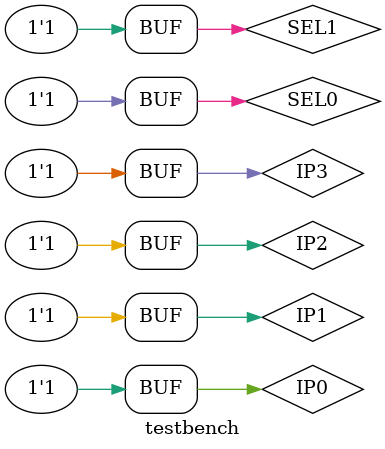
<source format=v>
module MUX(i3,i2,i1,i0,s1,s0,out);

input i3,i2,i1,i0,s1,s0;

output out;

wire n_s1,n_s0,t3,t2,t1,t0;
	
not n1(n_s1,s1);
not n0(n_s0,s0);
and a0(t0,i0,n_s1,n_s0);
and a1(t1,i1,n_s1,s0);
and a2(t2,i2,s1,n_s0);
and a3(t3,i3,s1,s0);
or o0(out,t0,t1,t2,t3);
	
endmodule

module shift(IP3,IP2,IP1,IP0,SEL1,SEL0,OP3,OP2,OP1,OP0);

input IP3;
input IP2;
input IP1;
input IP0;
input SEL1;
input SEL0;

output OP3;
output OP2;
output OP1;
output OP0;

wire OP3,OP2,OP1,OP0;
	
	
MUX m0( .i3(IP1), .i2(IP1),  .i1(1'b1), .i0(IP0), .s1(SEL1), .s0(SEL0), .out(OP0) );
MUX m1( .i3(IP2), .i2(IP2),  .i1(IP0),  .i0(IP1), .s1(SEL1), .s0(SEL0), .out(OP1) );
MUX m2( .i3(IP3), .i2(IP3),  .i1(IP1),  .i0(IP2), .s1(SEL1), .s0(SEL0), .out(OP2) );
MUX m3( .i3(IP0), .i2(1'b1), .i1(IP2),  .i0(IP3), .s1(SEL1), .s0(SEL0), .out(OP3) );
	
endmodule

module testbench();


reg IP3,IP2,IP1,IP0,SEL1,SEL0;
wire OP3,OP2,OP1,OP0;

shift f1(IP3,IP2,IP1,IP0,SEL1,SEL0,OP3,OP2,OP1,OP0);

initial 
begin
	
$monitor("IP = %b%b%b%b :  SEL = %b%b  :  OUT = %b%b%b",IP3,IP2,IP1,IP0,SEL1,SEL0,OP3,OP2,OP1,OP0);
$dumpfile("shift.vcd");
$dumpvars;
	

    	IP3=1'b0;
		IP2=1'b0;
		IP1=1'b0;
		IP0=1'b0;	
		SEL1=1'b0;
		SEL0=1'b0;
		#10
		IP3=1'b0;
		IP2=1'b0;
		IP1=1'b0;
		IP0=1'b1;		
		SEL1=1'b0;
		SEL0=1'b0;
		#10
		IP3=1'b0;
		IP2=1'b0;
		IP1=1'b1;
		IP0=1'b0;		
		SEL1=1'b0;
		SEL0=1'b0;
		#10
		IP3=1'b0;
		IP2=1'b0;
		IP1=1'b1;
		IP0=1'b1;		
		SEL1=1'b0;
		SEL0=1'b0;
		#10
		IP3=1'b0;
		IP2=1'b1;
		IP1=1'b0;
		IP0=1'b0;	
		SEL1=1'b0;
		SEL0=1'b0;
		#10
		IP3=1'b0;
		IP2=1'b1;
		IP1=1'b0;
		IP0=1'b1;		
		SEL1=1'b0;
		SEL0=1'b0;
		#10
		IP3=1'b0;
		IP2=1'b1;
		IP1=1'b1;
		IP0=1'b0;		
		SEL1=1'b0;
		SEL0=1'b0;
		#10
		IP3=1'b0;
		IP2=1'b1;
		IP1=1'b1;
		IP0=1'b1;		
		SEL1=1'b0;
		SEL0=1'b0;
		#10
		IP3=1'b1;
		IP2=1'b0;
		IP1=1'b0;
		IP0=1'b0;	
		SEL1=1'b0;
		SEL0=1'b0;
		#10
		IP3=1'b1;
		IP2=1'b0;
		IP1=1'b0;
		IP0=1'b1;		
		SEL1=1'b0;
		SEL0=1'b0;
		#10
		IP3=1'b1;
		IP2=1'b0;
		IP1=1'b1;
		IP0=1'b0;		
		SEL1=1'b0;
		SEL0=1'b0;
		#10
		IP3=1'b1;
		IP2=1'b0;
		IP1=1'b1;
		IP0=1'b1;		
		SEL1=1'b0;
		SEL0=1'b0;
		#10
		IP3=1'b1;
		IP2=1'b1;
		IP1=1'b0;
		IP0=1'b0;	
		SEL1=1'b0;
		SEL0=1'b0;
		#10
		IP3=1'b1;
		IP2=1'b1;
		IP1=1'b0;
		IP0=1'b1;		
		SEL1=1'b0;
		SEL0=1'b0;
		#10
		IP3=1'b1;
		IP2=1'b1;
		IP1=1'b1;
		IP0=1'b0;		
		SEL1=1'b0;
		SEL0=1'b0;
		#10
		IP3=1'b1;
		IP2=1'b1;
		IP1=1'b1;
		IP0=1'b1;		
		SEL1=1'b0;
		SEL0=1'b0;
		#10;
		
		IP3=1'b0;
		IP2=1'b0;
		IP1=1'b0;
		IP0=1'b0;	
		SEL1=1'b0;
		SEL0=1'b1;
		#10
		IP3=1'b0;
		IP2=1'b0;
		IP1=1'b0;
		IP0=1'b1;		
		SEL1=1'b0;
		SEL0=1'b1;
		#10
		IP3=1'b0;
		IP2=1'b0;
		IP1=1'b1;
		IP0=1'b0;		
		SEL1=1'b0;
		SEL0=1'b1;
		#10
		IP3=1'b0;
		IP2=1'b0;
		IP1=1'b1;
		IP0=1'b1;		
		SEL1=1'b0;
		SEL0=1'b1;
		#10
		IP3=1'b0;
		IP2=1'b1;
		IP1=1'b0;
		IP0=1'b0;	
		SEL1=1'b0;
		SEL0=1'b1;
		#10
		IP3=1'b0;
		IP2=1'b1;
		IP1=1'b0;
		IP0=1'b1;		
		SEL1=1'b0;
		SEL0=1'b1;
		#10
		IP3=1'b0;
		IP2=1'b1;
		IP1=1'b1;
		IP0=1'b0;		
		SEL1=1'b0;
		SEL0=1'b1;
		#10
		IP3=1'b0;
		IP2=1'b1;
		IP1=1'b1;
		IP0=1'b1;		
		SEL1=1'b0;
		SEL0=1'b1;
		#10
		IP3=1'b1;
		IP2=1'b0;
		IP1=1'b0;
		IP0=1'b0;	
		SEL1=1'b0;
		SEL0=1'b1;
		#10
		IP3=1'b1;
		IP2=1'b0;
		IP1=1'b0;
		IP0=1'b1;		
		SEL1=1'b0;
		SEL0=1'b1;
		#10
		IP3=1'b1;
		IP2=1'b0;
		IP1=1'b1;
		IP0=1'b0;		
		SEL1=1'b0;
		SEL0=1'b1;
		#10
		IP3=1'b1;
		IP2=1'b0;
		IP1=1'b1;
		IP0=1'b1;		
		SEL1=1'b0;
		SEL0=1'b1;
		#10
		IP3=1'b1;
		IP2=1'b1;
		IP1=1'b0;
		IP0=1'b0;	
		SEL1=1'b0;
		SEL0=1'b1;
		#10
		IP3=1'b1;
		IP2=1'b1;
		IP1=1'b0;
		IP0=1'b1;		
		SEL1=1'b0;
		SEL0=1'b1;
		#10
		IP3=1'b1;
		IP2=1'b1;
		IP1=1'b1;
		IP0=1'b0;		
		SEL1=1'b0;
		SEL0=1'b1;
		#10
		IP3=1'b1;
		IP2=1'b1;
		IP1=1'b1;
		IP0=1'b1;		
		SEL1=1'b0;
		SEL0=1'b1;
		#10
		
		IP3=1'b0;
		IP2=1'b0;
		IP1=1'b0;
		IP0=1'b0;	
		SEL1=1'b1;
		SEL0=1'b0;
		#10
		IP3=1'b0;
		IP2=1'b0;
		IP1=1'b0;
		IP0=1'b1;		
		SEL1=1'b1;
		SEL0=1'b0;
		#10
		IP3=1'b0;
		IP2=1'b0;
		IP1=1'b1;
		IP0=1'b0;		
		SEL1=1'b1;
		SEL0=1'b0;
		#10
		IP3=1'b0;
		IP2=1'b0;
		IP1=1'b1;
		IP0=1'b1;		
		SEL1=1'b1;
		SEL0=1'b0;
		#10
		IP3=1'b0;
		IP2=1'b1;
		IP1=1'b0;
		IP0=1'b0;	
		SEL1=1'b1;
		SEL0=1'b0;
		#10
		IP3=1'b0;
		IP2=1'b1;
		IP1=1'b0;
		IP0=1'b1;		
		SEL1=1'b1;
		SEL0=1'b0;
		#10
		IP3=1'b0;
		IP2=1'b1;
		IP1=1'b1;
		IP0=1'b0;		
		SEL1=1'b1;
		SEL0=1'b0;
		#10
		IP3=1'b0;
		IP2=1'b1;
		IP1=1'b1;
		IP0=1'b1;		
		SEL1=1'b1;
		SEL0=1'b0;
		#10
		IP3=1'b1;
		IP2=1'b0;
		IP1=1'b0;
		IP0=1'b0;	
		SEL1=1'b1;
		SEL0=1'b0;
		#10
		IP3=1'b1;
		IP2=1'b0;
		IP1=1'b0;
		IP0=1'b1;		
		SEL1=1'b1;
		SEL0=1'b0;
		#10
		IP3=1'b1;
		IP2=1'b0;
		IP1=1'b1;
		IP0=1'b0;		
		SEL1=1'b1;
		SEL0=1'b0;
		#10
		IP3=1'b1;
		IP2=1'b0;
		IP1=1'b1;
		IP0=1'b1;		
		SEL1=1'b1;
		SEL0=1'b0;
		#10
		IP3=1'b1;
		IP2=1'b1;
		IP1=1'b0;
		IP0=1'b0;	
		SEL1=1'b1;
		SEL0=1'b0;
		#10
		IP3=1'b1;
		IP2=1'b1;
		IP1=1'b0;
		IP0=1'b1;		
		SEL1=1'b1;
		SEL0=1'b0;
		#10
		IP3=1'b1;
		IP2=1'b1;
		IP1=1'b1;
		IP0=1'b0;		
		SEL1=1'b1;
		SEL0=1'b0;
		#10
		IP3=1'b1;
		IP2=1'b1;
		IP1=1'b1;
		IP0=1'b1;		
		SEL1=1'b1;
		SEL0=1'b0;
		#10

		IP3=1'b0;
		IP2=1'b0;
		IP1=1'b0;
		IP0=1'b0;	
		SEL1=1'b1;
		SEL0=1'b1;
		#10
		IP3=1'b0;
		IP2=1'b0;
		IP1=1'b0;
		IP0=1'b1;		
		SEL1=1'b1;
		SEL0=1'b1;
		#10
		IP3=1'b0;
		IP2=1'b0;
		IP1=1'b1;
		IP0=1'b0;		
		SEL1=1'b1;
		SEL0=1'b1;
		#10
		IP3=1'b0;
		IP2=1'b0;
		IP1=1'b1;
		IP0=1'b1;		
		SEL1=1'b1;
		SEL0=1'b1;
		#10
		IP3=1'b0;
		IP2=1'b1;
		IP1=1'b0;
		IP0=1'b0;	
		SEL1=1'b1;
		SEL0=1'b1;
		#10
		IP3=1'b0;
		IP2=1'b1;
		IP1=1'b0;
		IP0=1'b1;		
		SEL1=1'b1;
		SEL0=1'b1;
		#10
		IP3=1'b0;
		IP2=1'b1;
		IP1=1'b1;
		IP0=1'b0;		
		SEL1=1'b1;
		SEL0=1'b1;
		#10
		IP3=1'b0;
		IP2=1'b1;
		IP1=1'b1;
		IP0=1'b1;		
		SEL1=1'b1;
		SEL0=1'b1;
		#10
		IP3=1'b1;
		IP2=1'b0;
		IP1=1'b0;
		IP0=1'b0;	
		SEL1=1'b1;
		SEL0=1'b1;
		#10
		IP3=1'b1;
		IP2=1'b0;
		IP1=1'b0;
		IP0=1'b1;		
		SEL1=1'b1;
		SEL0=1'b1;
		#10
		IP3=1'b1;
		IP2=1'b0;
		IP1=1'b1;
		IP0=1'b0;		
		SEL1=1'b1;
		SEL0=1'b1;
		#10
		IP3=1'b1;
		IP2=1'b0;
		IP1=1'b1;
		IP0=1'b1;		
		SEL1=1'b1;
		SEL0=1'b1;
		#10
		IP3=1'b1;
		IP2=1'b1;
		IP1=1'b0;
		IP0=1'b0;	
		SEL1=1'b1;
		SEL0=1'b1;
		#10
		IP3=1'b1;
		IP2=1'b1;
		IP1=1'b0;
		IP0=1'b1;		
		SEL1=1'b1;
		SEL0=1'b1;
		#10
		IP3=1'b1;
		IP2=1'b1;
		IP1=1'b1;
		IP0=1'b0;		
		SEL1=1'b1;
		SEL0=1'b1;
		#10
		IP3=1'b1;
		IP2=1'b1;
		IP1=1'b1;
		IP0=1'b1;		
		SEL1=1'b1;
		SEL0=1'b1;
		#10;		
	
end

endmodule

</source>
